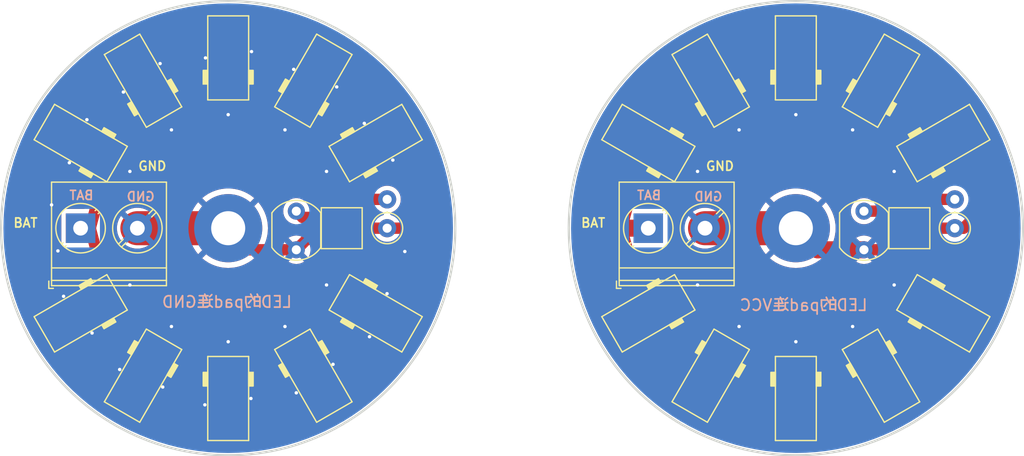
<source format=kicad_pcb>
(kicad_pcb (version 20240108) (generator "pcbnew") (generator_version "8.0")
  (layers (0 "F.Cu" signal) (31 "B.Cu" signal) (34 "B.Paste" user) (35 "F.Paste" user) (36 "B.SilkS" user "B.Silkscreen") (37 "F.SilkS" user "F.Silkscreen") (38 "B.Mask" user) (39 "F.Mask" user) (44 "Edge.Cuts" user))
  (net 0 "")
  (net 1 "GND")
  (net 2 "+2.7V~4.2V")
  (net 3 "Net-(LED1-A)")
  (net 4 "Net-(Q1-G)")
  (net 5 "Net-(Q2-G)")
  (net 6 "Net-(LED11-K)")
  (footprint "PCM_LED_SMD_AKL:LED_Yuji_5730" (layer "F.Cu") (at 100 115 -90)
    (property "Reference" "LED10" (hide yes))
    (property "Value" "LED_PLCC2_5.7x3.0_Pad" (hide yes))
    (fp_line (start -3.7 1.8) (end 3.7 1.8) (stroke (width 0.12)) (layer "F.SilkS"))
    (fp_line (start 3.7 1.8) (end 3.7 -1.8) (stroke (width 0.12)) (layer "F.SilkS"))
    (fp_line (start -3.7 -1.8) (end -3.7 1.8) (stroke (width 0.12)) (layer "F.SilkS"))
    (fp_line (start 3.7 -1.8) (end -3.7 -1.8) (stroke (width 0.12)) (layer "F.SilkS"))
    (fp_rect (start -2.3 1.8) (end -1.1 2.2) (stroke (width 0.12)) (fill solid) (layer "F.SilkS"))
    (fp_rect (start -2.3 -2.2) (end -1.1 -1.8) (stroke (width 0.12)) (fill solid) (layer "F.SilkS"))
    (pad "1" smd roundrect (at -2.85 0 270) (size 1.1 1.7) (layers "F.Cu" "F.Paste" "F.Mask") (roundrect_rratio 0.2272727273) (net 2 "+2.7V~4.2V"))
    (pad "2" smd roundrect (at 2.85 0 270) (size 1.1 1.7) (layers "F.Cu" "F.Paste" "F.Mask") (roundrect_rratio 0.2272727273) (net 3 "Net-(LED1-A)"))
    (pad "3" smd roundrect (at 0.35 0 270) (size 2.5 1.7) (layers "F.Cu" "F.Mask") (roundrect_rratio 0.1470588235) (net 3 "Net-(LED1-A)"))
  )
  (footprint "PCM_LED_SMD_AKL:LED_Yuji_5730" (layer "F.Cu") (at 112.990381 107.5 -30)
    (property "Reference" "LED8" (hide yes))
    (property "Value" "LED_PLCC2_5.7x3.0_Pad" (hide yes))
    (fp_line (start -3.7 1.8) (end 3.7 1.8) (stroke (width 0.12)) (layer "F.SilkS"))
    (fp_line (start -3.7 -1.8) (end -3.7 1.8) (stroke (width 0.12)) (layer "F.SilkS"))
    (fp_line (start 3.7 1.8) (end 3.7 -1.8) (stroke (width 0.12)) (layer "F.SilkS"))
    (fp_line (start 3.7 -1.8) (end -3.7 -1.8) (stroke (width 0.12)) (layer "F.SilkS"))
    (fp_poly (pts (xy -2.299999 1.8) (xy -1.1 1.8) (xy -1.1 2.2) (xy -2.3 2.2)) (stroke (width 0.12)) (fill solid) (layer "F.SilkS"))
    (fp_poly (pts (xy -2.3 -2.2) (xy -1.1 -2.2) (xy -1.1 -1.8) (xy -2.3 -1.8)) (stroke (width 0.12)) (fill solid) (layer "F.SilkS"))
    (pad "1" smd roundrect (at -2.85 0 330) (size 1.1 1.7) (layers "F.Cu" "F.Paste" "F.Mask") (roundrect_rratio 0.2272727273) (net 2 "+2.7V~4.2V"))
    (pad "2" smd roundrect (at 2.85 0 330) (size 1.1 1.7) (layers "F.Cu" "F.Paste" "F.Mask") (roundrect_rratio 0.2272727273) (net 3 "Net-(LED1-A)"))
    (pad "3" smd roundrect (at 0.35 0 330) (size 2.5 1.7) (layers "F.Cu" "F.Mask") (roundrect_rratio 0.1470588235) (net 3 "Net-(LED1-A)"))
  )
  (footprint "PCM_LED_SMD_AKL:LED_Yuji_5730" (layer "F.Cu") (at 112.990381 92.5 30)
    (property "Reference" "LED7" (hide yes))
    (property "Value" "LED_PLCC2_5.7x3.0_Pad" (hide yes))
    (fp_line (start -3.7 -1.8) (end -3.7 1.8) (stroke (width 0.12)) (layer "F.SilkS"))
    (fp_line (start -3.7 1.8) (end 3.7 1.8) (stroke (width 0.12)) (layer "F.SilkS"))
    (fp_line (start 3.7 -1.8) (end -3.7 -1.8) (stroke (width 0.12)) (layer "F.SilkS"))
    (fp_line (start 3.7 1.8) (end 3.7 -1.8) (stroke (width 0.12)) (layer "F.SilkS"))
    (fp_poly (pts (xy -2.3 -2.2) (xy -1.1 -2.2) (xy -1.1 -1.8) (xy -2.299999 -1.8)) (stroke (width 0.12)) (fill solid) (layer "F.SilkS"))
    (fp_poly (pts (xy -2.3 1.8) (xy -1.1 1.8) (xy -1.1 2.2) (xy -2.3 2.2)) (stroke (width 0.12)) (fill solid) (layer "F.SilkS"))
    (pad "1" smd roundrect (at -2.85 0 30) (size 1.1 1.7) (layers "F.Cu" "F.Paste" "F.Mask") (roundrect_rratio 0.2272727273) (net 2 "+2.7V~4.2V"))
    (pad "2" smd roundrect (at 2.85 0 30) (size 1.1 1.7) (layers "F.Cu" "F.Paste" "F.Mask") (roundrect_rratio 0.2272727273) (net 3 "Net-(LED1-A)"))
    (pad "3" smd roundrect (at 0.35 0 30) (size 2.5 1.7) (layers "F.Cu" "F.Mask") (roundrect_rratio 0.1470588235) (net 3 "Net-(LED1-A)"))
  )
  (footprint "PCM_Package_TO_SOT_SMD_AKL:SOT-23" (layer "F.Cu") (at 110 100)
    (property "Reference" "Q1" (hide yes))
    (property "Value" "Si2302CDS" (hide yes))
    (fp_line (start -1.8 -1.8) (end -1.8 1.8) (stroke (width 0.12)) (layer "F.SilkS"))
    (fp_line (start -1.8 1.8) (end 1.8 1.8) (stroke (width 0.12)) (layer "F.SilkS"))
    (fp_line (start 1.8 -1.8) (end -1.8 -1.8) (stroke (width 0.12)) (layer "F.SilkS"))
    (fp_line (start 1.8 1.8) (end 1.8 -1.8) (stroke (width 0.12)) (layer "F.SilkS"))
    (pad "1" smd roundrect (at -1 -0.95) (size 0.9 0.8) (layers "F.Cu" "F.Paste" "F.Mask") (net 4 "Net-(Q1-G)"))
    (pad "2" smd roundrect (at -1 0.95) (size 0.9 0.8) (layers "F.Cu" "F.Paste" "F.Mask") (net 1 "GND"))
    (pad "3" smd roundrect (at 1 0) (size 0.9 0.8) (layers "F.Cu" "F.Paste" "F.Mask") (net 3 "Net-(LED1-A)"))
  )
  (footprint "OptoDevice:R_LDR_5.1x4.3mm_P3.4mm_Vertical" (layer "F.Cu") (at 156 98.5 -90)
    (property "Reference" "R4" (hide yes))
    (property "Value" "GL5506" (hide yes))
    (fp_line (start 0.15 2.15) (end 3.2 2.15) (stroke (width 0.12)) (layer "F.SilkS"))
    (fp_line (start 0.15 -2.15) (end 3.2 -2.15) (stroke (width 0.12)) (layer "F.SilkS"))
    (fp_arc (start 0.15 2.15) (mid -0.950438 -0.013368) (end 0.171766 -2.165525) (stroke (width 0.12)) (layer "F.SilkS"))
    (fp_arc (start 3.2 -2.15) (mid 4.321403 -0.027338) (end 3.244513 2.118249) (stroke (width 0.12)) (layer "F.SilkS"))
    (pad "1" thru_hole circle (at 0 0 270) (size 1.5 1.5) (drill 0.8) (layers "*.Cu" "*.Mask") (net 5 "Net-(Q2-G)"))
    (pad "2" thru_hole circle (at 3.4 0 270) (size 1.5 1.5) (drill 0.8) (layers "*.Cu" "*.Mask") (net 1 "GND"))
  )
  (footprint "OptoDevice:R_LDR_5.1x4.3mm_P3.4mm_Vertical" (layer "F.Cu") (at 106 98.5 -90)
    (property "Reference" "R2" (hide yes))
    (property "Value" "GL5506" (hide yes))
    (fp_line (start 0.15 2.15) (end 3.2 2.15) (stroke (width 0.12)) (layer "F.SilkS"))
    (fp_line (start 0.15 -2.15) (end 3.2 -2.15) (stroke (width 0.12)) (layer "F.SilkS"))
    (fp_arc (start 0.15 2.15) (mid -0.950438 -0.013368) (end 0.171766 -2.165525) (stroke (width 0.12)) (layer "F.SilkS"))
    (fp_arc (start 3.2 -2.15) (mid 4.321403 -0.027338) (end 3.244513 2.118249) (stroke (width 0.12)) (layer "F.SilkS"))
    (pad "1" thru_hole circle (at 0 0 270) (size 1.5 1.5) (drill 0.8) (layers "*.Cu" "*.Mask") (net 4 "Net-(Q1-G)"))
    (pad "2" thru_hole circle (at 3.4 0 270) (size 1.5 1.5) (drill 0.8) (layers "*.Cu" "*.Mask") (net 1 "GND"))
  )
  (footprint "PCM_LED_SMD_AKL:LED_Yuji_5730" (layer "F.Cu") (at 137.009619 107.5 -150)
    (property "Reference" "LED19" (hide yes))
    (property "Value" "LED_PLCC2_5.7x3.0_Pad" (hide yes))
    (fp_line (start 3.7 1.8) (end 3.7 -1.8) (stroke (width 0.12)) (layer "F.SilkS"))
    (fp_line (start 3.7 -1.8) (end -3.7 -1.8) (stroke (width 0.12)) (layer "F.SilkS"))
    (fp_line (start -3.7 1.8) (end 3.7 1.8) (stroke (width 0.12)) (layer "F.SilkS"))
    (fp_line (start -3.7 -1.8) (end -3.7 1.8) (stroke (width 0.12)) (layer "F.SilkS"))
    (fp_poly (pts (xy -2.3 1.8) (xy -1.1 1.8) (xy -1.1 2.2) (xy -2.3 2.2)) (stroke (width 0.12)) (fill solid) (layer "F.SilkS"))
    (fp_poly (pts (xy -2.3 -2.2) (xy -1.1 -2.2) (xy -1.1 -1.8) (xy -2.299999 -1.8)) (stroke (width 0.12)) (fill solid) (layer "F.SilkS"))
    (pad "1" smd roundrect (at -2.85 0 210) (size 1.1 1.7) (layers "F.Cu" "F.Paste" "F.Mask") (roundrect_rratio 0.2272727273) (net 6 "Net-(LED11-K)"))
    (pad "2" smd roundrect (at 2.85 0 210) (size 1.1 1.7) (layers "F.Cu" "F.Paste" "F.Mask") (roundrect_rratio 0.2272727273) (net 2 "+2.7V~4.2V"))
    (pad "3" smd roundrect (at 0.35 0 210) (size 2.5 1.7) (layers "F.Cu" "F.Mask") (roundrect_rratio 0.1470588235) (net 2 "+2.7V~4.2V"))
  )
  (footprint "PCM_LED_SMD_AKL:LED_Yuji_5730" (layer "F.Cu") (at 142.5 87.009619 120)
    (property "Reference" "LED20" (hide yes))
    (property "Value" "LED_PLCC2_5.7x3.0_Pad" (hide yes))
    (fp_line (start 3.7 -1.8) (end -3.7 -1.8) (stroke (width 0.12)) (layer "F.SilkS"))
    (fp_line (start 3.7 1.8) (end 3.7 -1.8) (stroke (width 0.12)) (layer "F.SilkS"))
    (fp_line (start -3.7 -1.8) (end -3.7 1.8) (stroke (width 0.12)) (layer "F.SilkS"))
    (fp_line (start -3.7 1.8) (end 3.7 1.8) (stroke (width 0.12)) (layer "F.SilkS"))
    (fp_poly (pts (xy -2.3 -2.2) (xy -1.1 -2.2) (xy -1.1 -1.8) (xy -2.299999 -1.8)) (stroke (width 0.12)) (fill solid) (layer "F.SilkS"))
    (fp_poly (pts (xy -2.3 1.8) (xy -1.1 1.8) (xy -1.1 2.2) (xy -2.3 2.2)) (stroke (width 0.12)) (fill solid) (layer "F.SilkS"))
    (pad "1" smd roundrect (at -2.85 0 120) (size 1.1 1.7) (layers "F.Cu" "F.Paste" "F.Mask") (roundrect_rratio 0.2272727273) (net 6 "Net-(LED11-K)"))
    (pad "2" smd roundrect (at 2.85 0 120) (size 1.1 1.7) (layers "F.Cu" "F.Paste" "F.Mask") (roundrect_rratio 0.2272727273) (net 2 "+2.7V~4.2V"))
    (pad "3" smd roundrect (at 0.35 0 120) (size 2.5 1.7) (layers "F.Cu" "F.Mask") (roundrect_rratio 0.1470588235) (net 2 "+2.7V~4.2V"))
  )
  (footprint "PCM_LED_SMD_AKL:LED_Yuji_5730" (layer "F.Cu") (at 157.5 112.990381 -60)
    (property "Reference" "LED13" (hide yes))
    (property "Value" "LED_PLCC2_5.7x3.0_Pad" (hide yes))
    (fp_line (start -3.7 1.8) (end 3.7 1.8) (stroke (width 0.12)) (layer "F.SilkS"))
    (fp_line (start -3.7 -1.8) (end -3.7 1.8) (stroke (width 0.12)) (layer "F.SilkS"))
    (fp_line (start 3.7 1.8) (end 3.7 -1.8) (stroke (width 0.12)) (layer "F.SilkS"))
    (fp_line (start 3.7 -1.8) (end -3.7 -1.8) (stroke (width 0.12)) (layer "F.SilkS"))
    (fp_poly (pts (xy -2.3 1.8) (xy -1.1 1.8) (xy -1.1 2.2) (xy -2.3 2.2)) (stroke (width 0.12)) (fill solid) (layer "F.SilkS"))
    (fp_poly (pts (xy -2.3 -2.2) (xy -1.1 -2.2) (xy -1.1 -1.8) (xy -2.299999 -1.8)) (stroke (width 0.12)) (fill solid) (layer "F.SilkS"))
    (pad "1" smd roundrect (at -2.85 0 300) (size 1.1 1.7) (layers "F.Cu" "F.Paste" "F.Mask") (roundrect_rratio 0.2272727273) (net 6 "Net-(LED11-K)"))
    (pad "2" smd roundrect (at 2.85 0 300) (size 1.1 1.7) (layers "F.Cu" "F.Paste" "F.Mask") (roundrect_rratio 0.2272727273) (net 2 "+2.7V~4.2V"))
    (pad "3" smd roundrect (at 0.35 0 300) (size 2.5 1.7) (layers "F.Cu" "F.Mask") (roundrect_rratio 0.1470588235) (net 2 "+2.7V~4.2V"))
  )
  (footprint "PCM_LED_SMD_AKL:LED_Yuji_5730" (layer "F.Cu") (at 92.5 87.009619 120)
    (property "Reference" "LED2" (hide yes))
    (property "Value" "LED_PLCC2_5.7x3.0_Pad" (hide yes))
    (fp_line (start 3.7 -1.8) (end -3.7 -1.8) (stroke (width 0.12)) (layer "F.SilkS"))
    (fp_line (start 3.7 1.8) (end 3.7 -1.8) (stroke (width 0.12)) (layer "F.SilkS"))
    (fp_line (start -3.7 -1.8) (end -3.7 1.8) (stroke (width 0.12)) (layer "F.SilkS"))
    (fp_line (start -3.7 1.8) (end 3.7 1.8) (stroke (width 0.12)) (layer "F.SilkS"))
    (fp_poly (pts (xy -2.3 -2.2) (xy -1.1 -2.2) (xy -1.1 -1.8) (xy -2.299999 -1.8)) (stroke (width 0.12)) (fill solid) (layer "F.SilkS"))
    (fp_poly (pts (xy -2.3 1.8) (xy -1.1 1.8) (xy -1.1 2.2) (xy -2.3 2.2)) (stroke (width 0.12)) (fill solid) (layer "F.SilkS"))
    (pad "1" smd roundrect (at -2.85 0 120) (size 1.1 1.7) (layers "F.Cu" "F.Paste" "F.Mask") (roundrect_rratio 0.2272727273) (net 2 "+2.7V~4.2V"))
    (pad "2" smd roundrect (at 2.85 0 120) (size 1.1 1.7) (layers "F.Cu" "F.Paste" "F.Mask") (roundrect_rratio 0.2272727273) (net 3 "Net-(LED1-A)"))
    (pad "3" smd roundrect (at 0.35 0 120) (size 2.5 1.7) (layers "F.Cu" "F.Mask") (roundrect_rratio 0.1470588235) (net 3 "Net-(LED1-A)"))
  )
  (footprint "MountingHole:MountingHole_3mm_Pad" (layer "F.Cu") (at 100 100)
    (property "Reference" "H1" (hide yes))
    (property "Value" "MountingHole_Pad" (hide yes))
    (pad "1" thru_hole circle (at 0 0) (size 6 6) (drill 3) (layers "*.Cu" "*.Mask") (net 1 "GND"))
  )
  (footprint "TerminalBlock_Phoenix:TerminalBlock_Phoenix_PT-1,5-2-5.0-H_1x02_P5.00mm_Horizontal" (layer "F.Cu") (at 137 100)
    (property "Reference" "J2" (hide yes))
    (property "Value" "Screw_Terminal_01x02" (hide yes))
    (fp_line (start -2.8 4.66) (end -2.8 5.3) (stroke (width 0.12)) (layer "F.SilkS"))
    (fp_line (start -2.8 5.3) (end -2.4 5.3) (stroke (width 0.12)) (layer "F.SilkS"))
    (fp_line (start -2.56 -4.06) (end -2.56 5.06) (stroke (width 0.12)) (layer "F.SilkS"))
    (fp_line (start -2.56 -4.06) (end 7.56 -4.06) (stroke (width 0.12)) (layer "F.SilkS"))
    (fp_line (start -2.56 3.5) (end 7.56 3.5) (stroke (width 0.12)) (layer "F.SilkS"))
    (fp_line (start -2.56 4.6) (end 7.56 4.6) (stroke (width 0.12)) (layer "F.SilkS"))
    (fp_line (start -2.56 5.06) (end 7.56 5.06) (stroke (width 0.12)) (layer "F.SilkS"))
    (fp_line (start -1.548 1.281) (end -1.654 1.388) (stroke (width 0.12)) (layer "F.SilkS"))
    (fp_line (start -1.282 1.547) (end -1.388 1.654) (stroke (width 0.12)) (layer "F.SilkS"))
    (fp_line (start 1.388 -1.654) (end 1.281 -1.547) (stroke (width 0.12)) (layer "F.SilkS"))
    (fp_line (start 1.654 -1.388) (end 1.547 -1.281) (stroke (width 0.12)) (layer "F.SilkS"))
    (fp_line (start 3.742 0.992) (end 3.347 1.388) (stroke (width 0.12)) (layer "F.SilkS"))
    (fp_line (start 3.993 1.274) (end 3.613 1.654) (stroke (width 0.12)) (layer "F.SilkS"))
    (fp_line (start 6.388 -1.654) (end 6.008 -1.274) (stroke (width 0.12)) (layer "F.SilkS"))
    (fp_line (start 6.654 -1.388) (end 6.259 -0.992) (stroke (width 0.12)) (layer "F.SilkS"))
    (fp_line (start 7.56 -4.06) (end 7.56 5.06) (stroke (width 0.12)) (layer "F.SilkS"))
    (fp_circle (center 0 0) (end 2.18 0) (stroke (width 0.12)) (fill none) (layer "F.SilkS"))
    (fp_circle (center 5 0) (end 7.18 0) (stroke (width 0.12)) (fill none) (layer "F.SilkS"))
    (pad "1" thru_hole rect (at 0 0) (size 2.6 2.6) (drill 1.3) (layers "*.Cu" "*.Mask") (net 2 "+2.7V~4.2V"))
    (pad "2" thru_hole circle (at 5 0) (size 2.6 2.6) (drill 1.3) (layers "*.Cu" "*.Mask") (net 1 "GND"))
  )
  (footprint "TerminalBlock_Phoenix:TerminalBlock_Phoenix_PT-1,5-2-5.0-H_1x02_P5.00mm_Horizontal" (layer "F.Cu") (at 87 100)
    (property "Reference" "J1" (hide yes))
    (property "Value" "Screw_Terminal_01x02" (hide yes))
    (fp_line (start -2.8 4.66) (end -2.8 5.3) (stroke (width 0.12)) (layer "F.SilkS"))
    (fp_line (start -2.8 5.3) (end -2.4 5.3) (stroke (width 0.12)) (layer "F.SilkS"))
    (fp_line (start -2.56 -4.06) (end -2.56 5.06) (stroke (width 0.12)) (layer "F.SilkS"))
    (fp_line (start -2.56 -4.06) (end 7.56 -4.06) (stroke (width 0.12)) (layer "F.SilkS"))
    (fp_line (start -2.56 3.5) (end 7.56 3.5) (stroke (width 0.12)) (layer "F.SilkS"))
    (fp_line (start -2.56 4.6) (end 7.56 4.6) (stroke (width 0.12)) (layer "F.SilkS"))
    (fp_line (start -2.56 5.06) (end 7.56 5.06) (stroke (width 0.12)) (layer "F.SilkS"))
    (fp_line (start -1.548 1.281) (end -1.654 1.388) (stroke (width 0.12)) (layer "F.SilkS"))
    (fp_line (start -1.282 1.547) (end -1.388 1.654) (stroke (width 0.12)) (layer "F.SilkS"))
    (fp_line (start 1.388 -1.654) (end 1.281 -1.547) (stroke (width 0.12)) (layer "F.SilkS"))
    (fp_line (start 1.654 -1.388) (end 1.547 -1.281) (stroke (width 0.12)) (layer "F.SilkS"))
    (fp_line (start 3.742 0.992) (end 3.347 1.388) (stroke (width 0.12)) (layer "F.SilkS"))
    (fp_line (start 3.993 1.274) (end 3.613 1.654) (stroke (width 0.12)) (layer "F.SilkS"))
    (fp_line (start 6.388 -1.654) (end 6.008 -1.274) (stroke (width 0.12)) (layer "F.SilkS"))
    (fp_line (start 6.654 -1.388) (end 6.259 -0.992) (stroke (width 0.12)) (layer "F.SilkS"))
    (fp_line (start 7.56 -4.06) (end 7.56 5.06) (stroke (width 0.12)) (layer "F.SilkS"))
    (fp_circle (center 0 0) (end 2.18 0) (stroke (width 0.12)) (fill none) (layer "F.SilkS"))
    (fp_circle (center 5 0) (end 7.18 0) (stroke (width 0.12)) (fill none) (layer "F.SilkS"))
    (pad "1" thru_hole rect (at 0 0) (size 2.6 2.6) (drill 1.3) (layers "*.Cu" "*.Mask") (net 2 "+2.7V~4.2V"))
    (pad "2" thru_hole circle (at 5 0) (size 2.6 2.6) (drill 1.3) (layers "*.Cu" "*.Mask") (net 1 "GND"))
  )
  (footprint "PCM_LED_SMD_AKL:LED_Yuji_5730" (layer "F.Cu") (at 87.009619 107.5 -150)
    (property "Reference" "LED4" (hide yes))
    (property "Value" "LED_PLCC2_5.7x3.0_Pad" (hide yes))
    (fp_line (start 3.7 1.8) (end 3.7 -1.8) (stroke (width 0.12)) (layer "F.SilkS"))
    (fp_line (start 3.7 -1.8) (end -3.7 -1.8) (stroke (width 0.12)) (layer "F.SilkS"))
    (fp_line (start -3.7 1.8) (end 3.7 1.8) (stroke (width 0.12)) (layer "F.SilkS"))
    (fp_line (start -3.7 -1.8) (end -3.7 1.8) (stroke (width 0.12)) (layer "F.SilkS"))
    (fp_poly (pts (xy -2.3 1.8) (xy -1.1 1.8) (xy -1.1 2.2) (xy -2.3 2.2)) (stroke (width 0.12)) (fill solid) (layer "F.SilkS"))
    (fp_poly (pts (xy -2.3 -2.2) (xy -1.1 -2.2) (xy -1.1 -1.8) (xy -2.299999 -1.8)) (stroke (width 0.12)) (fill solid) (layer "F.SilkS"))
    (pad "1" smd roundrect (at -2.85 0 210) (size 1.1 1.7) (layers "F.Cu" "F.Paste" "F.Mask") (roundrect_rratio 0.2272727273) (net 2 "+2.7V~4.2V"))
    (pad "2" smd roundrect (at 2.85 0 210) (size 1.1 1.7) (layers "F.Cu" "F.Paste" "F.Mask") (roundrect_rratio 0.2272727273) (net 3 "Net-(LED1-A)"))
    (pad "3" smd roundrect (at 0.35 0 210) (size 2.5 1.7) (layers "F.Cu" "F.Mask") (roundrect_rratio 0.1470588235) (net 3 "Net-(LED1-A)"))
  )
  (footprint "PCM_LED_SMD_AKL:LED_Yuji_5730" (layer "F.Cu") (at 150 85 90)
    (property "Reference" "LED11" (hide yes))
    (property "Value" "LED_PLCC2_5.7x3.0_Pad" (hide yes))
    (fp_line (start 3.7 -1.8) (end -3.7 -1.8) (stroke (width 0.12)) (layer "F.SilkS"))
    (fp_line (start -3.7 -1.8) (end -3.7 1.8) (stroke (width 0.12)) (layer "F.SilkS"))
    (fp_line (start 3.7 1.8) (end 3.7 -1.8) (stroke (width 0.12)) (layer "F.SilkS"))
    (fp_line (start -3.7 1.8) (end 3.7 1.8) (stroke (width 0.12)) (layer "F.SilkS"))
    (fp_rect (start -2.3 -2.2) (end -1.1 -1.8) (stroke (width 0.12)) (fill solid) (layer "F.SilkS"))
    (fp_rect (start -2.3 1.8) (end -1.1 2.2) (stroke (width 0.12)) (fill solid) (layer "F.SilkS"))
    (pad "1" smd roundrect (at -2.85 0 90) (size 1.1 1.7) (layers "F.Cu" "F.Paste" "F.Mask") (roundrect_rratio 0.2272727273) (net 6 "Net-(LED11-K)"))
    (pad "2" smd roundrect (at 2.85 0 90) (size 1.1 1.7) (layers "F.Cu" "F.Paste" "F.Mask") (roundrect_rratio 0.2272727273) (net 2 "+2.7V~4.2V"))
    (pad "3" smd roundrect (at 0.35 0 90) (size 2.5 1.7) (layers "F.Cu" "F.Mask") (roundrect_rratio 0.1470588235) (net 2 "+2.7V~4.2V"))
  )
  (footprint "PCM_LED_SMD_AKL:LED_Yuji_5730" (layer "F.Cu") (at 157.5 87.009619 60)
    (property "Reference" "LED16" (hide yes))
    (property "Value" "LED_PLCC2_5.7x3.0_Pad" (hide yes))
    (fp_line (start -3.7 -1.8) (end -3.7 1.8) (stroke (width 0.12)) (layer "F.SilkS"))
    (fp_line (start -3.7 1.8) (end 3.7 1.8) (stroke (width 0.12)) (layer "F.SilkS"))
    (fp_line (start 3.7 -1.8) (end -3.7 -1.8) (stroke (width 0.12)) (layer "F.SilkS"))
    (fp_line (start 3.7 1.8) (end 3.7 -1.8) (stroke (width 0.12)) (layer "F.SilkS"))
    (fp_poly (pts (xy -2.3 -2.2) (xy -1.1 -2.2) (xy -1.1 -1.8) (xy -2.3 -1.8)) (stroke (width 0.12)) (fill solid) (layer "F.SilkS"))
    (fp_poly (pts (xy -2.299999 1.8) (xy -1.1 1.8) (xy -1.1 2.2) (xy -2.3 2.2)) (stroke (width 0.12)) (fill solid) (layer "F.SilkS"))
    (pad "1" smd roundrect (at -2.85 0 60) (size 1.1 1.7) (layers "F.Cu" "F.Paste" "F.Mask") (roundrect_rratio 0.2272727273) (net 6 "Net-(LED11-K)"))
    (pad "2" smd roundrect (at 2.85 0 60) (size 1.1 1.7) (layers "F.Cu" "F.Paste" "F.Mask") (roundrect_rratio 0.2272727273) (net 2 "+2.7V~4.2V"))
    (pad "3" smd roundrect (at 0.35 0 60) (size 2.5 1.7) (layers "F.Cu" "F.Mask") (roundrect_rratio 0.1470588235) (net 2 "+2.7V~4.2V"))
  )
  (footprint "MountingHole:MountingHole_3mm_Pad" (layer "F.Cu") (at 150 100)
    (property "Reference" "H2" (hide yes))
    (property "Value" "MountingHole_Pad" (hide yes))
    (pad "1" thru_hole circle (at 0 0) (size 6 6) (drill 3) (layers "*.Cu" "*.Mask") (net 1 "GND"))
  )
  (footprint "PCM_LED_SMD_AKL:LED_Yuji_5730" (layer "F.Cu") (at 107.5 112.990381 -60)
    (property "Reference" "LED9" (hide yes))
    (property "Value" "LED_PLCC2_5.7x3.0_Pad" (hide yes))
    (fp_line (start -3.7 1.8) (end 3.7 1.8) (stroke (width 0.12)) (layer "F.SilkS"))
    (fp_line (start -3.7 -1.8) (end -3.7 1.8) (stroke (width 0.12)) (layer "F.SilkS"))
    (fp_line (start 3.7 1.8) (end 3.7 -1.8) (stroke (width 0.12)) (layer "F.SilkS"))
    (fp_line (start 3.7 -1.8) (end -3.7 -1.8) (stroke (width 0.12)) (layer "F.SilkS"))
    (fp_poly (pts (xy -2.3 1.8) (xy -1.1 1.8) (xy -1.1 2.2) (xy -2.3 2.2)) (stroke (width 0.12)) (fill solid) (layer "F.SilkS"))
    (fp_poly (pts (xy -2.3 -2.2) (xy -1.1 -2.2) (xy -1.1 -1.8) (xy -2.299999 -1.8)) (stroke (width 0.12)) (fill solid) (layer "F.SilkS"))
    (pad "1" smd roundrect (at -2.85 0 300) (size 1.1 1.7) (layers "F.Cu" "F.Paste" "F.Mask") (roundrect_rratio 0.2272727273) (net 2 "+2.7V~4.2V"))
    (pad "2" smd roundrect (at 2.85 0 300) (size 1.1 1.7) (layers "F.Cu" "F.Paste" "F.Mask") (roundrect_rratio 0.2272727273) (net 3 "Net-(LED1-A)"))
    (pad "3" smd roundrect (at 0.35 0 300) (size 2.5 1.7) (layers "F.Cu" "F.Mask") (roundrect_rratio 0.1470588235) (net 3 "Net-(LED1-A)"))
  )
  (footprint "PCM_LED_SMD_AKL:LED_Yuji_5730" (layer "F.Cu") (at 142.5 112.990381 -120)
    (property "Reference" "LED14" (hide yes))
    (property "Value" "LED_PLCC2_5.7x3.0_Pad" (hide yes))
    (fp_line (start 3.7 1.8) (end 3.7 -1.8) (stroke (width 0.12)) (layer "F.SilkS"))
    (fp_line (start 3.7 -1.8) (end -3.7 -1.8) (stroke (width 0.12)) (layer "F.SilkS"))
    (fp_line (start -3.7 1.8) (end 3.7 1.8) (stroke (width 0.12)) (layer "F.SilkS"))
    (fp_line (start -3.7 -1.8) (end -3.7 1.8) (stroke (width 0.12)) (layer "F.SilkS"))
    (fp_poly (pts (xy -2.299999 1.8) (xy -1.1 1.8) (xy -1.1 2.2) (xy -2.3 2.2)) (stroke (width 0.12)) (fill solid) (layer "F.SilkS"))
    (fp_poly (pts (xy -2.3 -2.2) (xy -1.1 -2.2) (xy -1.1 -1.8) (xy -2.3 -1.8)) (stroke (width 0.12)) (fill solid) (layer "F.SilkS"))
    (pad "1" smd roundrect (at -2.85 0 240) (size 1.1 1.7) (layers "F.Cu" "F.Paste" "F.Mask") (roundrect_rratio 0.2272727273) (net 6 "Net-(LED11-K)"))
    (pad "2" smd roundrect (at 2.85 0 240) (size 1.1 1.7) (layers "F.Cu" "F.Paste" "F.Mask") (roundrect_rratio 0.2272727273) (net 2 "+2.7V~4.2V"))
    (pad "3" smd roundrect (at 0.35 0 240) (size 2.5 1.7) (layers "F.Cu" "F.Mask") (roundrect_rratio 0.1470588235) (net 2 "+2.7V~4.2V"))
  )
  (footprint "PCM_LED_SMD_AKL:LED_Yuji_5730" (layer "F.Cu") (at 137.009619 92.5 150)
    (property "Reference" "LED15" (hide yes))
    (property "Value" "LED_PLCC2_5.7x3.0_Pad" (hide yes))
    (fp_line (start 3.7 -1.8) (end -3.7 -1.8) (stroke (width 0.12)) (layer "F.SilkS"))
    (fp_line (start 3.7 1.8) (end 3.7 -1.8) (stroke (width 0.12)) (layer "F.SilkS"))
    (fp_line (start -3.7 -1.8) (end -3.7 1.8) (stroke (width 0.12)) (layer "F.SilkS"))
    (fp_line (start -3.7 1.8) (end 3.7 1.8) (stroke (width 0.12)) (layer "F.SilkS"))
    (fp_poly (pts (xy -2.3 -2.2) (xy -1.1 -2.2) (xy -1.1 -1.8) (xy -2.3 -1.8)) (stroke (width 0.12)) (fill solid) (layer "F.SilkS"))
    (fp_poly (pts (xy -2.299999 1.8) (xy -1.1 1.8) (xy -1.1 2.2) (xy -2.3 2.2)) (stroke (width 0.12)) (fill solid) (layer "F.SilkS"))
    (pad "1" smd roundrect (at -2.85 0 150) (size 1.1 1.7) (layers "F.Cu" "F.Paste" "F.Mask") (roundrect_rratio 0.2272727273) (net 6 "Net-(LED11-K)"))
    (pad "2" smd roundrect (at 2.85 0 150) (size 1.1 1.7) (layers "F.Cu" "F.Paste" "F.Mask") (roundrect_rratio 0.2272727273) (net 2 "+2.7V~4.2V"))
    (pad "3" smd roundrect (at 0.35 0 150) (size 2.5 1.7) (layers "F.Cu" "F.Mask") (roundrect_rratio 0.1470588235) (net 2 "+2.7V~4.2V"))
  )
  (footprint "PCM_LED_SMD_AKL:LED_Yuji_5730" (layer "F.Cu") (at 150 115 -90)
    (property "Reference" "LED18" (hide yes))
    (property "Value" "LED_PLCC2_5.7x3.0_Pad" (hide yes))
    (fp_line (start -3.7 1.8) (end 3.7 1.8) (stroke (width 0.12)) (layer "F.SilkS"))
    (fp_line (start 3.7 1.8) (end 3.7 -1.8) (stroke (width 0.12)) (layer "F.SilkS"))
    (fp_line (start -3.7 -1.8) (end -3.7 1.8) (stroke (width 0.12)) (layer "F.SilkS"))
    (fp_line (start 3.7 -1.8) (end -3.7 -1.8) (stroke (width 0.12)) (layer "F.SilkS"))
    (fp_rect (start -2.3 1.8) (end -1.1 2.2) (stroke (width 0.12)) (fill solid) (layer "F.SilkS"))
    (fp_rect (start -2.3 -2.2) (end -1.1 -1.8) (stroke (width 0.12)) (fill solid) (layer "F.SilkS"))
    (pad "1" smd roundrect (at -2.85 0 270) (size 1.1 1.7) (layers "F.Cu" "F.Paste" "F.Mask") (roundrect_rratio 0.2272727273) (net 6 "Net-(LED11-K)"))
    (pad "2" smd roundrect (at 2.85 0 270) (size 1.1 1.7) (layers "F.Cu" "F.Paste" "F.Mask") (roundrect_rratio 0.2272727273) (net 2 "+2.7V~4.2V"))
    (pad "3" smd roundrect (at 0.35 0 270) (size 2.5 1.7) (layers "F.Cu" "F.Mask") (roundrect_rratio 0.1470588235) (net 2 "+2.7V~4.2V"))
  )
  (footprint "PCM_LED_SMD_AKL:LED_Yuji_5730" (layer "F.Cu") (at 87.009619 92.5 150)
    (property "Reference" "LED3" (hide yes))
    (property "Value" "LED_PLCC2_5.7x3.0_Pad" (hide yes))
    (fp_line (start 3.7 -1.8) (end -3.7 -1.8) (stroke (width 0.12)) (layer "F.SilkS"))
    (fp_line (start 3.7 1.8) (end 3.7 -1.8) (stroke (width 0.12)) (layer "F.SilkS"))
    (fp_line (start -3.7 -1.8) (end -3.7 1.8) (stroke (width 0.12)) (layer "F.SilkS"))
    (fp_line (start -3.7 1.8) (end 3.7 1.8) (stroke (width 0.12)) (layer "F.SilkS"))
    (fp_poly (pts (xy -2.3 -2.2) (xy -1.1 -2.2) (xy -1.1 -1.8) (xy -2.3 -1.8)) (stroke (width 0.12)) (fill solid) (layer "F.SilkS"))
    (fp_poly (pts (xy -2.299999 1.8) (xy -1.1 1.8) (xy -1.1 2.2) (xy -2.3 2.2)) (stroke (width 0.12)) (fill solid) (layer "F.SilkS"))
    (pad "1" smd roundrect (at -2.85 0 150) (size 1.1 1.7) (layers "F.Cu" "F.Paste" "F.Mask") (roundrect_rratio 0.2272727273) (net 2 "+2.7V~4.2V"))
    (pad "2" smd roundrect (at 2.85 0 150) (size 1.1 1.7) (layers "F.Cu" "F.Paste" "F.Mask") (roundrect_rratio 0.2272727273) (net 3 "Net-(LED1-A)"))
    (pad "3" smd roundrect (at 0.35 0 150) (size 2.5 1.7) (layers "F.Cu" "F.Mask") (roundrect_rratio 0.1470588235) (net 3 "Net-(LED1-A)"))
  )
  (footprint "PCM_LED_SMD_AKL:LED_Yuji_5730" (layer "F.Cu") (at 107.5 87.009619 60)
    (property "Reference" "LED6" (hide yes))
    (property "Value" "LED_PLCC2_5.7x3.0_Pad" (hide yes))
    (fp_line (start -3.7 -1.8) (end -3.7 1.8) (stroke (width 0.12)) (layer "F.SilkS"))
    (fp_line (start -3.7 1.8) (end 3.7 1.8) (stroke (width 0.12)) (layer "F.SilkS"))
    (fp_line (start 3.7 -1.8) (end -3.7 -1.8) (stroke (width 0.12)) (layer "F.SilkS"))
    (fp_line (start 3.7 1.8) (end 3.7 -1.8) (stroke (width 0.12)) (layer "F.SilkS"))
    (fp_poly (pts (xy -2.3 -2.2) (xy -1.1 -2.2) (xy -1.1 -1.8) (xy -2.3 -1.8)) (stroke (width 0.12)) (fill solid) (layer "F.SilkS"))
    (fp_poly (pts (xy -2.299999 1.8) (xy -1.1 1.8) (xy -1.1 2.2) (xy -2.3 2.2)) (stroke (width 0.12)) (fill solid) (layer "F.SilkS"))
    (pad "1" smd roundrect (at -2.85 0 60) (size 1.1 1.7) (layers "F.Cu" "F.Paste" "F.Mask") (roundrect_rratio 0.2272727273) (net 2 "+2.7V~4.2V"))
    (pad "2" smd roundrect (at 2.85 0 60) (size 1.1 1.7) (layers "F.Cu" "F.Paste" "F.Mask") (roundrect_rratio 0.2272727273) (net 3 "Net-(LED1-A)"))
    (pad "3" smd roundrect (at 0.35 0 60) (size 2.5 1.7) (layers "F.Cu" "F.Mask") (roundrect_rratio 0.1470588235) (net 3 "Net-(LED1-A)"))
  )
  (footprint "PCM_Package_TO_SOT_SMD_AKL:SOT-23" (layer "F.Cu") (at 160 100)
    (property "Reference" "Q2" (hide yes))
    (property "Value" "Si2302CDS" (hide yes))
    (fp_line (start -1.8 -1.8) (end -1.8 1.8) (stroke (width 0.12)) (layer "F.SilkS"))
    (fp_line (start -1.8 1.8) (end 1.8 1.8) (stroke (width 0.12)) (layer "F.SilkS"))
    (fp_line (start 1.8 -1.8) (end -1.8 -1.8) (stroke (width 0.12)) (layer "F.SilkS"))
    (fp_line (start 1.8 1.8) (end 1.8 -1.8) (stroke (width 0.12)) (layer "F.SilkS"))
    (pad "1" smd roundrect (at -1 -0.95) (size 0.9 0.8) (layers "F.Cu" "F.Paste" "F.Mask") (net 5 "Net-(Q2-G)"))
    (pad "2" smd roundrect (at -1 0.95) (size 0.9 0.8) (layers "F.Cu" "F.Paste" "F.Mask") (net 1 "GND"))
    (pad "3" smd roundrect (at 1 0) (size 0.9 0.8) (layers "F.Cu" "F.Paste" "F.Mask") (net 6 "Net-(LED11-K)"))
  )
  (footprint "PCM_LED_SMD_AKL:LED_Yuji_5730" (layer "F.Cu") (at 100 85 90)
    (property "Reference" "LED1" (hide yes))
    (property "Value" "LED_PLCC2_5.7x3.0_Pad" (hide yes))
    (fp_line (start 3.7 -1.8) (end -3.7 -1.8) (stroke (width 0.12)) (layer "F.SilkS"))
    (fp_line (start -3.7 -1.8) (end -3.7 1.8) (stroke (width 0.12)) (layer "F.SilkS"))
    (fp_line (start 3.7 1.8) (end 3.7 -1.8) (stroke (width 0.12)) (layer "F.SilkS"))
    (fp_line (start -3.7 1.8) (end 3.7 1.8) (stroke (width 0.12)) (layer "F.SilkS"))
    (fp_rect (start -2.3 -2.2) (end -1.1 -1.8) (stroke (width 0.12)) (fill solid) (layer "F.SilkS"))
    (fp_rect (start -2.3 1.8) (end -1.1 2.2) (stroke (width 0.12)) (fill solid) (layer "F.SilkS"))
    (pad "1" smd roundrect (at -2.85 0 90) (size 1.1 1.7) (layers "F.Cu" "F.Paste" "F.Mask") (roundrect_rratio 0.2272727273) (net 2 "+2.7V~4.2V"))
    (pad "2" smd roundrect (at 2.85 0 90) (size 1.1 1.7) (layers "F.Cu" "F.Paste" "F.Mask") (roundrect_rratio 0.2272727273) (net 3 "Net-(LED1-A)"))
    (pad "3" smd roundrect (at 0.35 0 90) (size 2.5 1.7) (layers "F.Cu" "F.Mask") (roundrect_rratio 0.1470588235) (net 3 "Net-(LED1-A)"))
  )
  (footprint "PCM_LED_SMD_AKL:LED_Yuji_5730" (layer "F.Cu") (at 162.990381 92.5 30)
    (property "Reference" "LED12" (hide yes))
    (property "Value" "LED_PLCC2_5.7x3.0_Pad" (hide yes))
    (fp_line (start -3.7 -1.8) (end -3.7 1.8) (stroke (width 0.12)) (layer "F.SilkS"))
    (fp_line (start -3.7 1.8) (end 3.7 1.8) (stroke (width 0.12)) (layer "F.SilkS"))
    (fp_line (start 3.7 -1.8) (end -3.7 -1.8) (stroke (width 0.12)) (layer "F.SilkS"))
    (fp_line (start 3.7 1.8) (end 3.7 -1.8) (stroke (width 0.12)) (layer "F.SilkS"))
    (fp_poly (pts (xy -2.3 -2.2) (xy -1.1 -2.2) (xy -1.1 -1.8) (xy -2.299999 -1.8)) (stroke (width 0.12)) (fill solid) (layer "F.SilkS"))
    (fp_poly (pts (xy -2.3 1.8) (xy -1.1 1.8) (xy -1.1 2.2) (xy -2.3 2.2)) (stroke (width 0.12)) (fill solid) (layer "F.SilkS"))
    (pad "1" smd roundrect (at -2.85 0 30) (size 1.1 1.7) (layers "F.Cu" "F.Paste" "F.Mask") (roundrect_rratio 0.2272727273) (net 6 "Net-(LED11-K)"))
    (pad "2" smd roundrect (at 2.85 0 30) (size 1.1 1.7) (layers "F.Cu" "F.Paste" "F.Mask") (roundrect_rratio 0.2272727273) (net 2 "+2.7V~4.2V"))
    (pad "3" smd roundrect (at 0.35 0 30) (size 2.5 1.7) (layers "F.Cu" "F.Mask") (roundrect_rratio 0.1470588235) (net 2 "+2.7V~4.2V"))
  )
  (footprint "PCM_LED_SMD_AKL:LED_Yuji_5730" (layer "F.Cu") (at 92.5 112.990381 -120)
    (property "Reference" "LED5" (hide yes))
    (property "Value" "LED_PLCC2_5.7x3.0_Pad" (hide yes))
    (fp_line (start 3.7 1.8) (end 3.7 -1.8) (stroke (width 0.12)) (layer "F.SilkS"))
    (fp_line (start 3.7 -1.8) (end -3.7 -1.8) (stroke (width 0.12)) (layer "F.SilkS"))
    (fp_line (start -3.7 1.8) (end 3.7 1.8) (stroke (width 0.12)) (layer "F.SilkS"))
    (fp_line (start -3.7 -1.8) (end -3.7 1.8) (stroke (width 0.12)) (layer "F.SilkS"))
    (fp_poly (pts (xy -2.299999 1.8) (xy -1.1 1.8) (xy -1.1 2.2) (xy -2.3 2.2)) (stroke (width 0.12)) (fill solid) (layer "F.SilkS"))
    (fp_poly (pts (xy -2.3 -2.2) (xy -1.1 -2.2) (xy -1.1 -1.8) (xy -2.3 -1.8)) (stroke (width 0.12)) (fill solid) (layer "F.SilkS"))
    (pad "1" smd roundrect (at -2.85 0 240) (size 1.1 1.7) (layers "F.Cu" "F.Paste" "F.Mask") (roundrect_rratio 0.2272727273) (net 2 "+2.7V~4.2V"))
    (pad "2" smd roundrect (at 2.85 0 240) (size 1.1 1.7) (layers "F.Cu" "F.Paste" "F.Mask") (roundrect_rratio 0.2272727273) (net 3 "Net-(LED1-A)"))
    (pad "3" smd roundrect (at 0.35 0 240) (size 2.5 1.7) (layers "F.Cu" "F.Mask") (roundrect_rratio 0.1470588235) (net 3 "Net-(LED1-A)"))
  )
  (footprint "PCM_Resistor_THT_AKL:R_Axial_DIN0207_L6.3mm_D2.5mm_P2.54mm_Vertical" (layer "F.Cu") (at 114 100 90)
    (property "Reference" "R1" (hide yes))
    (property "Value" "51KΩ?" (hide yes))
    (fp_line (start 1.37 0) (end 1.44 0) (stroke (width 0.12)) (layer "F.SilkS"))
    (fp_circle (center 0 0) (end 1.37 0) (stroke (width 0.12)) (fill none) (layer "F.SilkS"))
    (pad "1" thru_hole circle (at 0 0 90) (size 1.6 1.6) (drill 0.8) (layers "*.Cu" "*.Mask") (net 3 "Net-(LED1-A)"))
    (pad "2" thru_hole oval (at 2.54 0 90) (size 1.6 1.6) (drill 0.8) (layers "*.Cu" "*.Mask") (net 4 "Net-(Q1-G)"))
  )
  (footprint "PCM_Resistor_THT_AKL:R_Axial_DIN0207_L6.3mm_D2.5mm_P2.54mm_Vertical" (layer "F.Cu") (at 164 100 90)
    (property "Reference" "R3" (hide yes))
    (property "Value" "51KΩ?" (hide yes))
    (fp_line (start 1.37 0) (end 1.44 0) (stroke (width 0.12)) (layer "F.SilkS"))
    (fp_circle (center 0 0) (end 1.37 0) (stroke (width 0.12)) (fill none) (layer "F.SilkS"))
    (pad "1" thru_hole circle (at 0 0 90) (size 1.6 1.6) (drill 0.8) (layers "*.Cu" "*.Mask") (net 6 "Net-(LED11-K)"))
    (pad "2" thru_hole oval (at 2.54 0 90) (size 1.6 1.6) (drill 0.8) (layers "*.Cu" "*.Mask") (net 5 "Net-(Q2-G)"))
  )
  (footprint "PCM_LED_SMD_AKL:LED_Yuji_5730" (layer "F.Cu") (at 162.990381 107.5 -30)
    (property "Reference" "LED17" (hide yes))
    (property "Value" "LED_PLCC2_5.7x3.0_Pad" (hide yes))
    (fp_line (start -3.7 1.8) (end 3.7 1.8) (stroke (width 0.12)) (layer "F.SilkS"))
    (fp_line (start -3.7 -1.8) (end -3.7 1.8) (stroke (width 0.12)) (layer "F.SilkS"))
    (fp_line (start 3.7 1.8) (end 3.7 -1.8) (stroke (width 0.12)) (layer "F.SilkS"))
    (fp_line (start 3.7 -1.8) (end -3.7 -1.8) (stroke (width 0.12)) (layer "F.SilkS"))
    (fp_poly (pts (xy -2.299999 1.8) (xy -1.1 1.8) (xy -1.1 2.2) (xy -2.3 2.2)) (stroke (width 0.12)) (fill solid) (layer "F.SilkS"))
    (fp_poly (pts (xy -2.3 -2.2) (xy -1.1 -2.2) (xy -1.1 -1.8) (xy -2.3 -1.8)) (stroke (width 0.12)) (fill solid) (layer "F.SilkS"))
    (pad "1" smd roundrect (at -2.85 0 330) (size 1.1 1.7) (layers "F.Cu" "F.Paste" "F.Mask") (roundrect_rratio 0.2272727273) (net 6 "Net-(LED11-K)"))
    (pad "2" smd roundrect (at 2.85 0 330) (size 1.1 1.7) (layers "F.Cu" "F.Paste" "F.Mask") (roundrect_rratio 0.2272727273) (net 2 "+2.7V~4.2V"))
    (pad "3" smd roundrect (at 0.35 0 330) (size 2.5 1.7) (layers "F.Cu" "F.Mask") (roundrect_rratio 0.1470588235) (net 2 "+2.7V~4.2V"))
  )
  (gr_circle (center 150 100) (end 170 100) (stroke (width 0.2)) (fill none) (layer "Edge.Cuts"))
  (gr_circle (center 100 100) (end 120 100) (stroke (width 0.2)) (fill none) (layer "Edge.Cuts"))
  (gr_text "GND" (at 93.61 97.69 -0) (layer "B.SilkS") (effects (font (size 0.8 0.8) (thickness 0.15) (bold yes)) (justify left bottom mirror)))
  (gr_text "LED的pad连VCC" (at 156.4 107.36 0) (layer "B.SilkS") (effects (font (size 1 1)) (justify left bottom mirror)))
  (gr_text "BAT\n" (at 138.22 97.57 0) (layer "B.SilkS") (effects (font (size 0.8 0.8) (thickness 0.15) (bold yes)) (justify left bottom mirror)))
  (gr_text "BAT\n" (at 88.22 97.57 -0) (layer "B.SilkS") (effects (font (size 0.8 0.8) (thickness 0.15) (bold yes)) (justify left bottom mirror)))
  (gr_text "GND" (at 143.61 97.69 0) (layer "B.SilkS") (effects (font (size 0.8 0.8) (thickness 0.15) (bold yes)) (justify left bottom mirror)))
  (gr_text "LED的pad连GND\n" (at 105.7 107.08 0) (layer "B.SilkS") (effects (font (size 1 1)) (justify left bottom mirror)))
  (gr_text "BAT\n" (at 81 100 0) (layer "F.SilkS") (effects (font (size 0.8 0.8) (thickness 0.15) (bold yes)) (justify left bottom)))
  (gr_text "BAT\n" (at 131 100 0) (layer "F.SilkS") (effects (font (size 0.8 0.8) (thickness 0.15) (bold yes)) (justify left bottom)))
  (gr_text "GND" (at 92 95 0) (layer "F.SilkS") (effects (font (size 0.8 0.8) (thickness 0.15) (bold yes)) (justify left bottom)))
  (gr_text "GND" (at 142 95 0) (layer "F.SilkS") (effects (font (size 0.8 0.8) (thickness 0.15) (bold yes)) (justify left bottom)))
  (segment (start 109 100.95) (end 106.95 100.95) (width 1) (layer "F.Cu") (net 1))
  (segment (start 142 100) (end 150 100) (width 3) (layer "F.Cu") (net 1))
  (segment (start 101.9 101.9) (end 100 100) (width 1) (layer "F.Cu") (net 1))
  (segment (start 158.05 101.9) (end 159 100.95) (width 1) (layer "F.Cu") (net 1))
  (segment (start 156 101.9) (end 151.9 101.9) (width 1.5) (layer "F.Cu") (net 1))
  (segment (start 106 101.9) (end 101.9 101.9) (width 1) (layer "F.Cu") (net 1))
  (segment (start 106.95 100.95) (end 106 101.9) (width 1) (layer "F.Cu") (net 1))
  (segment (start 151.9 101.9) (end 150 100) (width 1.5) (layer "F.Cu") (net 1))
  (segment (start 100 100) (end 92 100) (width 3) (layer "F.Cu") (net 1))
  (segment (start 156 101.9) (end 158.05 101.9) (width 1) (layer "F.Cu") (net 1))
  (via (at 155 108.660254) (size 0.5) (drill 0.3) (layers "F.Cu" "B.Cu") (net 1))
  (via (at 102 115) (size 0.5) (drill 0.3) (layers "F.Cu" "B.Cu") (net 1))
  (via (at 84.442632 97.946152) (size 0.5) (drill 0.3) (layers "F.Cu" "B.Cu") (net 1))
  (via (at 113.990381 105.767949) (size 0.5) (drill 0.3) (layers "F.Cu" "B.Cu") (net 1))
  (via (at 155 91.339746) (size 0.5) (drill 0.3) (layers "F.Cu" "B.Cu") (net 1))
  (via (at 106 114.5) (size 0.5) (drill 0.3) (layers "F.Cu" "B.Cu") (net 1))
  (via (at 145 108.660254) (size 0.5) (drill 0.3) (layers "F.Cu" "B.Cu") (net 1))
  (via (at 105 108.660254) (size 0.5) (drill 0.3) (layers "F.Cu" "B.Cu") (net 1))
  (via (at 158.660254 105) (size 0.5) (drill 0.3) (layers "F.Cu" "B.Cu") (net 1))
  (via (at 141.339746 95) (size 0.5) (drill 0.3) (layers "F.Cu" "B.Cu") (net 1))
  (via (at 97.946152 115.557368) (size 0.5) (drill 0.3) (layers "F.Cu" "B.Cu") (net 1))
  (via (at 109.232051 111.990381) (size 0.5) (drill 0.3) (layers "F.Cu" "B.Cu") (net 1))
  (via (at 108.660254 95) (size 0.5) (drill 0.3) (layers "F.Cu" "B.Cu") (net 1))
  (via (at 102.053848 84.442632) (size 0.5) (drill 0.3) (layers "F.Cu" "B.Cu") (net 1))
  (via (at 98 85) (size 0.5) (drill 0.3) (layers "F.Cu" "B.Cu") (net 1))
  (via (at 158.660254 95) (size 0.5) (drill 0.3) (layers "F.Cu" "B.Cu") (net 1))
  (via (at 90.442632 112.446152) (size 0.5) (drill 0.3) (layers "F.Cu" "B.Cu") (net 1))
  (via (at 94 85.5) (size 0.5) (drill 0.3) (layers "F.Cu" "B.Cu") (net 1))
  (via (at 105 91.339746) (size 0.5) (drill 0.3) (layers "F.Cu" "B.Cu") (net 1))
  (via (at 150 90) (size 0.5) (drill 0.3) (layers "F.Cu" "B.Cu") (net 1))
  (via (at 114.5 94) (size 0.5) (drill 0.3) (layers "F.Cu" "B.Cu") (net 1))
  (via (at 100 110) (size 0.5) (drill 0.3) (layers "F.Cu" "B.Cu") (net 1))
  (via (at 87.553848 90.442632) (size 0.5) (drill 0.3) (layers "F.Cu" "B.Cu") (net 1))
  (via (at 109.557368 87.553848) (size 0.5) (drill 0.3) (layers "F.Cu" "B.Cu") (net 1))
  (via (at 100 90) (size 0.5) (drill 0.3) (layers "F.Cu" "B.Cu") (net 1))
  (via (at 85.5 106) (size 0.5) (drill 0.3) (layers "F.Cu" "B.Cu") (net 1))
  (via (at 150 110) (size 0.5) (drill 0.3) (layers "F.Cu" "B.Cu") (net 1))
  (via (at 95 108.660254) (size 0.5) (drill 0.3) (layers "F.Cu" "B.Cu") (net 1))
  (via (at 86.009619 94.232051) (size 0.5) (drill 0.3) (layers "F.Cu" "B.Cu") (net 1))
  (via (at 94.232051 113.990381) (size 0.5) (drill 0.3) (layers "F.Cu" "B.Cu") (net 1))
  (via (at 91.339746 105) (size 0.5) (drill 0.3) (layers "F.Cu" "B.Cu") (net 1))
  (via (at 91.339746 95) (size 0.5) (drill 0.3) (layers "F.Cu" "B.Cu") (net 1))
  (via (at 141.339746 105) (size 0.5) (drill 0.3) (layers "F.Cu" "B.Cu") (net 1))
  (via (at 88.009619 109.232051) (size 0.5) (drill 0.3) (layers "F.Cu" "B.Cu") (net 1))
  (via (at 111.990381 90.767949) (size 0.5) (drill 0.3) (layers "F.Cu" "B.Cu") (net 1))
  (via (at 105.767949 86.009619) (size 0.5) (drill 0.3) (layers "F.Cu" "B.Cu") (net 1))
  (via (at 112.446152 109.557368) (size 0.5) (drill 0.3) (layers "F.Cu" "B.Cu") (net 1))
  (via (at 108.660254 105) (size 0.5) (drill 0.3) (layers "F.Cu" "B.Cu") (net 1))
  (via (at 145 91.339746) (size 0.5) (drill 0.3) (layers "F.Cu" "B.Cu") (net 1))
  (via (at 90.767949 88.009619) (size 0.5) (drill 0.3) (layers "F.Cu" "B.Cu") (net 1))
  (via (at 95 91.339746) (size 0.5) (drill 0.3) (layers "F.Cu" "B.Cu") (net 1))
  (via (at 115.557368 102.053848) (size 0.5) (drill 0.3) (layers "F.Cu" "B.Cu") (net 1))
  (via (at 85 102) (size 0.5) (drill 0.3) (layers "F.Cu" "B.Cu") (net 1))
  (segment (start 142.325 113.29349) (end 141.075 115.458554) (width 1) (layer "F.Cu") (net 2))
  (segment (start 87.85 100) (end 89.477791 106.075) (width 1) (layer "F.Cu") (net 2))
  (segment (start 142.325 86.70651) (end 150 84.65) (width 1) (layer "F.Cu") (net 2))
  (segment (start 93.925 110.522209) (end 100 112.15) (width 1) (layer "F.Cu") (net 2))
  (segment (start 134.65 100) (end 132.15 100) (width 1.5) (layer "F.Cu") (net 2))
  (segment (start 136.70651 92.325) (end 134.541446 91.075) (width 1) (layer "F.Cu") (net 2))
  (segment (start 132.15 100) (end 134.541446 91.075001) (width 1) (layer "F.Cu") (net 2))
  (segment (start 167.31 92.926447) (end 167.31 107.073553) (width 1) (layer "F.Cu") (net 2))
  (segment (start 136.70651 92.325) (end 142.325 86.70651) (width 1) (layer "F.Cu") (net 2))
  (segment (start 150 115.35) (end 150 117.85) (width 1) (layer "F.Cu") (net 2))
  (segment (start 150 84.65) (end 150 82.15) (width 1) (layer "F.Cu") (net 2))
  (segment (start 167.31 107.073553) (end 165.458553 108.925) (width 1) (layer "F.Cu") (net 2))
  (segment (start 157.675 113.29349) (end 150 115.35) (width 1) (layer "F.Cu") (net 2))
  (segment (start 87 100) (end 87.85 100) (width 1) (layer "F.Cu") (net 2))
  (segment (start 158.925 115.458553) (end 150.000001 117.849999) (width 1) (layer "F.Cu") (net 2))
  (segment (start 110.522209 93.925) (end 106.075 89.477791) (width 1) (layer "F.Cu") (net 2))
  (segment (start 163.29349 107.675) (end 157.675 113.29349) (width 1) (layer "F.Cu") (net 2))
  (segment (start 150 117.85) (end 141.075001 115.458554) (width 1) (layer "F.Cu") (net 2))
  (segment (start 141.075 115.458553) (end 134.541447 108.925) (width 1) (layer "F.Cu") (net 2))
  (segment (start 157.675 86.70651) (end 163.29349 92.325) (width 1) (layer "F.Cu") (net 2))
  (segment (start 89.477791 93.925) (end 87.85 100) (width 1) (layer "F.Cu") (net 2))
  (segment (start 100 112.15) (end 106.075 110.522209) (width 1) (layer "F.Cu") (net 2))
  (segment (start 134.65 100) (end 136.70651 92.325) (width 1) (layer "F.Cu") (net 2))
  (segment (start 158.925 84.541447) (end 165.458553 91.075) (width 1) (layer "F.Cu") (net 2))
  (segment (start 134.541447 108.925) (end 132.150001 100.000001) (width 1) (layer "F.Cu") (net 2))
  (segment (start 157.675 113.29349) (end 158.925 115.458554) (width 1) (layer "F.Cu") (net 2))
  (segment (start 142.325 86.70651) (end 141.075 84.541446) (width 1) (layer "F.Cu") (net 2))
  (segment (start 136.70651 107.675) (end 134.541446 108.925) (width 1) (layer "F.Cu") (net 2))
  (segment (start 134.65 100) (end 137 100) (width 1.5) (layer "F.Cu") (net 2))
  (segment (start 100 87.85) (end 93.925 89.477791) (width 1) (layer "F.Cu") (net 2))
  (segment (start 150 115.35) (end 142.325 113.29349) (width 1) (layer "F.Cu") (net 2))
  (segment (start 89.477791 106.075) (end 93.925 110.522209) (width 1) (layer "F.Cu") (net 2))
  (segment (start 163.29349 107.675) (end 165.458554 108.925) (width 1) (layer "F.Cu") (net 2))
  (segment (start 150 82.15) (end 158.924999 84.541446) (width 1) (layer "F.Cu") (net 2))
  (segment (start 163.29349 92.325) (end 165.458554 91.075) (width 1) (layer "F.Cu") (net 2))
  (segment (start 106.075 110.522209) (end 110.522209 106.075) (width 1) (layer "F.Cu") (net 2))
  (segment (start 106.075 89.477791) (end 100 87.85) (width 1) (layer "F.Cu") (net 2))
  (segment (start 134.541447 91.075) (end 141.075 84.541447) (width 1) (layer "F.Cu") (net 2))
  (segment (start 93.925 89.477791) (end 89.477791 93.925) (width 1) (layer "F.Cu") (net 2))
  (segment (start 165.458553 108.925) (end 158.925 115.458553) (width 1) (layer "F.Cu") (net 2))
  (segment (start 157.675 86.70651) (end 158.925 84.541446) (width 1) (layer "F.Cu") (net 2))
  (segment (start 150 84.65) (end 157.675 86.70651) (width 1) (layer "F.Cu") (net 2))
  (segment (start 141.075 84.541447) (end 149.999999 82.150001) (width 1) (layer "F.Cu") (net 2))
  (segment (start 142.325 113.29349) (end 136.70651 107.675) (width 1) (layer "F.Cu") (net 2))
  (segment (start 136.70651 107.675) (end 134.65 100) (width 1) (layer "F.Cu") (net 2))
  (segment (start 165.458553 91.075) (end 167.31 92.926447) (width 1) (layer "F.Cu") (net 2))
  (segment (start 100 82.15) (end 108.924999 84.541446) (width 1.5) (layer "F.Cu") (net 3))
  (segment (start 108.925 84.541447) (end 115.458553 91.075) (width 1.5) (layer "F.Cu") (net 3))
  (segment (start 100 82.15) (end 100 84.65) (width 1) (layer "F.Cu") (net 3))
  (segment (start 100 117.85) (end 100 115.35) (width 1) (layer "F.Cu") (net 3))
  (segment (start 108.925 115.458553) (end 100.000001 117.849999) (width 1.5) (layer "F.Cu") (net 3))
  (segment (start 117.85 100) (end 115.458554 108.924999) (width 1.5) (layer "F.Cu") (net 3))
  (segment (start 115.458553 108.925) (end 108.925 115.458553) (width 1.5) (layer "F.Cu") (net 3))
  (segment (start 91.075 84.541447) (end 99.999999 82.150001) (width 1.5) (layer "F.Cu") (net 3))
  (segment (start 84.541447 108.925) (end 86.706511 107.675) (width 1) (layer "F.Cu") (net 3))
  (segment (start 115.458553 108.925) (end 113.293489 107.675) (width 1) (layer "F.Cu") (net 3))
  (segment (start 91.075 84.541447) (end 92.325 86.706511) (width 1) (layer "F.Cu") (net 3))
  (segment (start 117.849998 100) (end 117.849999 99.999999) (width 1) (layer "F.Cu") (net 3))
  (segment (start 84.541447 91.075) (end 86.706511 92.325) (width 1) (layer "F.Cu") (net 3))
  (segment (start 115.458553 91.075) (end 113.293489 92.325) (width 1) (layer "F.Cu") (net 3))
  (segment (start 108.925 115.458553) (end 107.675 113.293489) (width 1) (layer "F.Cu") (net 3))
  (segment (start 114 100) (end 111 100) (width 1) (layer "F.Cu") (net 3))
  (segment (start 91.075 115.458553) (end 84.541447 108.925) (width 1.5) (layer "F.Cu") (net 3))
  (segment (start 100 117.85) (end 91.075001 115.458554) (width 1.5) (layer "F.Cu") (net 3))
  (segment (start 115.458553 91.075) (end 117.849999 99.999999) (width 1.5) (layer "F.Cu") (net 3))
  (segment (start 91.075 115.458553) (end 92.325 113.293489) (width 1) (layer "F.Cu") (net 3))
  (segment (start 114 100) (end 117.849998 100) (width 1) (layer "F.Cu") (net 3))
  (segment (start 84.541447 108.925) (end 82.150001 100.000001) (width 1.5) (layer "F.Cu") (net 3))
  (segment (start 82.15 100) (end 84.541446 91.075001) (width 1.5) (layer "F.Cu") (net 3))
  (segment (start 108.925 84.541447) (end 107.675 86.706511) (width 1) (layer "F.Cu") (net 3))
  (segment (start 84.541447 91.075) (end 91.075 84.541447) (width 1.5) (layer "F.Cu") (net 3))
  (segment (start 114 97.46) (end 110.59 97.46) (width 1) (layer "F.Cu") (net 4))
  (segment (start 106.55 99.05) (end 106 98.5) (width 1) (layer "F.Cu") (net 4))
  (segment (start 109 99.05) (end 106.55 99.05) (width 1) (layer "F.Cu") (net 4))
  (segment (start 110.59 97.46) (end 109 99.05) (width 1) (layer "F.Cu") (net 4))
  (segment (start 156 98.5) (end 158.45 98.5) (width 1) (layer "F.Cu") (net 5))
  (segment (start 160.59 97.46) (end 164 97.46) (width 1) (layer "F.Cu") (net 5))
  (segment (start 159 99.05) (end 160.59 97.46) (width 1) (layer "F.Cu") (net 5))
  (segment (start 158.45 98.5) (end 159 99.05) (width 1) (layer "F.Cu") (net 5))
  (segment (start 156.075 110.522209) (end 150 112.15) (width 1) (layer "F.Cu") (net 6))
  (segment (start 160.522209 106.075) (end 156.075 110.522209) (width 1) (layer "F.Cu") (net 6))
  (segment (start 161 100) (end 161 105.597209) (width 1) (layer "F.Cu") (net 6))
  (segment (start 161 105.597209) (end 160.522209 106.075) (width 1) (layer "F.Cu") (net 6))
  (segment (start 165.94 98.83) (end 164.77 100) (width 1) (layer "F.Cu") (net 6))
  (segment (start 150 87.85) (end 156.075 89.477791) (width 1) (layer "F.Cu") (net 6))
  (segment (start 160.522209 93.925) (end 161.937209 95.34) (width 1) (layer "F.Cu") (net 6))
  (segment (start 139.477791 93.925) (end 143.925 89.477791) (width 1) (layer "F.Cu") (net 6))
  (segment (start 161.937209 95.34) (end 164.567674 95.34) (width 1) (layer "F.Cu") (net 6))
  (segment (start 143.925 110.522209) (end 139.477791 106.075) (width 1) (layer "F.Cu") (net 6))
  (segment (start 156.075 89.477791) (end 160.522209 93.925) (width 1) (layer "F.Cu") (net 6))
  (segment (start 143.925 89.477791) (end 150 87.85) (width 1) (layer "F.Cu") (net 6))
  (segment (start 165.94 96.712326) (end 165.94 98.83) (width 1) (layer "F.Cu") (net 6))
  (segment (start 161 100) (end 164 100) (width 1) (layer "F.Cu") (net 6))
  (segment (start 164.567674 95.34) (end 165.94 96.712326) (width 1) (layer "F.Cu") (net 6))
  (segment (start 139.477791 93.925) (end 139.477791 106.075) (width 1) (layer "F.Cu") (net 6))
  (segment (start 164.77 100) (end 164 100) (width 1) (layer "F.Cu") (net 6))
  (segment (start 150 112.15) (end 143.925 110.522209) (width 1) (layer "F.Cu") (net 6))
  (zone (net 1) (net_name "GND") (layers "F&B.Cu") (priority 1) (connect_pads (clearance 0.4)) (min_thickness 0.25) (fill yes (thermal_gap 0.5) (thermal_bridge_width 0.5))
    (polygon (pts (xy 130 80) (xy 170 80) (xy 170 120) (xy 130 120)))
  )
  (zone (net 1) (net_name "GND") (layers "F&B.Cu") (priority 1) (connect_pads (clearance 0.4)) (min_thickness 0.25) (fill yes (thermal_gap 0.5) (thermal_bridge_width 0.5))
    (polygon (pts (xy 80 80) (xy 120 80) (xy 120 120) (xy 80 120)))
  )
)
</source>
